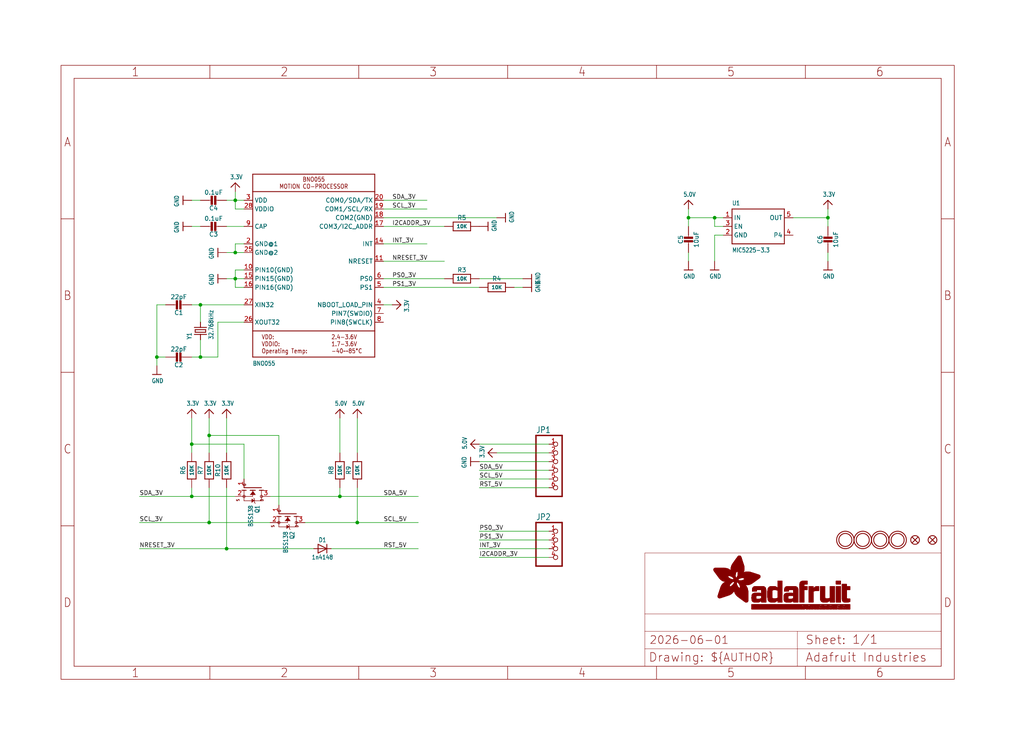
<source format=kicad_sch>
(kicad_sch (version 20231120) (generator "eeschema") (generator_version "8.0")
  (paper "User" 298.45 217.322)
  (lib_symbols
    (symbol "Adafruit BNO055-eagle-import:3.3V" (power)
      (symbol "3.3V_1_0"
        (pin power_in line (at 0 -2.54 90) (length 2.54) (name "3.3V") (number "1"))
      )
    )
    (symbol "Adafruit BNO055-eagle-import:5.0V" (power)
      (symbol "5.0V_1_0"
        (pin power_in line (at 0 -2.54 90) (length 2.54) (name "5.0V") (number "1"))
      )
    )
    (symbol "Adafruit BNO055-eagle-import:BNO055"
      (symbol "BNO055_1_0"
        (text "2.4-3.6V\n1.7-3.6V\n-40~~85°C" (at 5.08 -24.13 0) (effects (font (size 1.27 1.0795)) (justify left)))
        (text "BNO055\nMOTION CO-PROCESSOR" (at 0 22.86 0) (effects (font (size 1.27 1.0795))))
        (text "VDD:\nVDDIO:\nOperating Temp:" (at -15.24 -24.13 0) (effects (font (size 1.27 1.0795)) (justify left)))
        (pin bidirectional line (at -20.32 -2.54 0) (length 2.54) (name "PIN10(GND)") (number "10"))
        (pin bidirectional line (at 20.32 0 180) (length 2.54) (name "NRESET") (number "11"))
        (pin output line (at 20.32 5.08 180) (length 2.54) (name "INT") (number "14"))
        (pin bidirectional line (at -20.32 -5.08 0) (length 2.54) (name "PIN15(GND)") (number "15"))
        (pin bidirectional line (at -20.32 -7.62 0) (length 2.54) (name "PIN16(GND)") (number "16"))
        (pin bidirectional line (at 20.32 10.16 180) (length 2.54) (name "COM3/I2C_ADDR") (number "17"))
        (pin bidirectional line (at 20.32 12.7 180) (length 2.54) (name "COM2(GND)") (number "18"))
        (pin bidirectional line (at 20.32 15.24 180) (length 2.54) (name "COM1/SCL/RX") (number "19"))
        (pin power_in line (at -20.32 5.08 0) (length 2.54) (name "GND@1") (number "2"))
        (pin bidirectional line (at 20.32 17.78 180) (length 2.54) (name "COM0/SDA/TX") (number "20"))
        (pin power_in line (at -20.32 2.54 0) (length 2.54) (name "GND@2") (number "25"))
        (pin output line (at -20.32 -17.78 0) (length 2.54) (name "XOUT32") (number "26"))
        (pin input line (at -20.32 -12.7 0) (length 2.54) (name "XIN32") (number "27"))
        (pin power_in line (at -20.32 15.24 0) (length 2.54) (name "VDDIO") (number "28"))
        (pin power_in line (at -20.32 17.78 0) (length 2.54) (name "VDD") (number "3"))
        (pin bidirectional line (at 20.32 -12.7 180) (length 2.54) (name "NBOOT_LOAD_PIN") (number "4"))
        (pin input line (at 20.32 -7.62 180) (length 2.54) (name "PS1") (number "5"))
        (pin input line (at 20.32 -5.08 180) (length 2.54) (name "PS0") (number "6"))
        (pin bidirectional line (at 20.32 -15.24 180) (length 2.54) (name "PIN7(SWDIO)") (number "7"))
        (pin bidirectional line (at 20.32 -17.78 180) (length 2.54) (name "PIN8(SWCLK)") (number "8"))
        (pin passive line (at -20.32 10.16 0) (length 2.54) (name "CAP") (number "9"))
      )
    )
    (symbol "Adafruit BNO055-eagle-import:CAP_CERAMIC0805-NOOUTLINE"
      (property "Reference" "C" (at -2.29 1.25 90))
      (symbol "CAP_CERAMIC0805-NOOUTLINE_1_0"
        (pin passive line (at 0 5.08 270) (length 2.54) (name "1") (number "1"))
        (pin passive line (at 0 -2.54 90) (length 2.54) (name "2") (number "2"))
      )
    )
    (symbol "Adafruit BNO055-eagle-import:CAP_CERAMIC0805_10MGAP"
      (property "Reference" "C" (at -2.29 1.25 90))
      (symbol "CAP_CERAMIC0805_10MGAP_1_0"
        (pin passive line (at 0 5.08 270) (length 2.54) (name "1") (number "1"))
        (pin passive line (at 0 -2.54 90) (length 2.54) (name "2") (number "2"))
      )
    )
    (symbol "Adafruit BNO055-eagle-import:CRYSTAL8.0X3.8"
      (property "Reference" "Y" (at -2.54 2.54 0))
      (symbol "CRYSTAL8.0X3.8_1_0"
        (pin passive line (at -2.54 0 0) (length 0) (name "1") (number "P$1"))
        (pin passive line (at 2.54 0 180) (length 0) (name "2") (number "P$4"))
      )
    )
    (symbol "Adafruit BNO055-eagle-import:DIODESOD-323"
      (property "Reference" "D" (at 0 2.54 0))
      (symbol "DIODESOD-323_1_0"
        (pin passive line (at -2.54 0 0) (length 2.54) (name "A") (number "A"))
        (pin passive line (at 2.54 0 180) (length 2.54) (name "C") (number "C"))
      )
    )
    (symbol "Adafruit BNO055-eagle-import:FIDUCIAL{dblquote}{dblquote}")
    (symbol "Adafruit BNO055-eagle-import:FRAME_A4_ADAFRUIT"
      (symbol "FRAME_A4_ADAFRUIT_1_0"
        (text "${#}/${##}" (at 230.505 10.16 0) (effects (font (size 2.54 2.54)) (justify left bottom)))
        (text "${AUTHOR}" (at 189.23 5.08 0) (effects (font (size 2.286 2.286)) (justify left bottom)))
        (text "${CURRENT_DATE}" (at 171.45 10.16 0) (effects (font (size 2.286 2.286)) (justify left bottom)))
        (text "${PROJECTNAME}" (at 171.45 15.24 0) (effects (font (size 2.54 2.54)) (justify left bottom)))
        (text "1" (at 21.6958 1.905 0) (effects (font (size 2.54 2.286))))
        (text "1" (at 21.6958 177.165 0) (effects (font (size 2.54 2.286))))
        (text "2" (at 65.0875 1.905 0) (effects (font (size 2.54 2.286))))
        (text "2" (at 65.0875 177.165 0) (effects (font (size 2.54 2.286))))
        (text "3" (at 108.4792 1.905 0) (effects (font (size 2.54 2.286))))
        (text "3" (at 108.4792 177.165 0) (effects (font (size 2.54 2.286))))
        (text "4" (at 151.8708 1.905 0) (effects (font (size 2.54 2.286))))
        (text "4" (at 151.8708 177.165 0) (effects (font (size 2.54 2.286))))
        (text "5" (at 195.2625 1.905 0) (effects (font (size 2.54 2.286))))
        (text "5" (at 195.2625 177.165 0) (effects (font (size 2.54 2.286))))
        (text "6" (at 238.6542 1.905 0) (effects (font (size 2.54 2.286))))
        (text "6" (at 238.6542 177.165 0) (effects (font (size 2.54 2.286))))
        (text "A" (at 1.905 156.6863 0) (effects (font (size 2.54 2.286))))
        (text "A" (at 258.445 156.6863 0) (effects (font (size 2.54 2.286))))
        (text "Adafruit Industries" (at 216.916 4.953 0) (effects (font (size 2.54 2.54)) (justify left bottom)))
        (text "B" (at 1.905 111.9188 0) (effects (font (size 2.54 2.286))))
        (text "B" (at 258.445 111.9188 0) (effects (font (size 2.54 2.286))))
        (text "C" (at 1.905 67.1513 0) (effects (font (size 2.54 2.286))))
        (text "C" (at 258.445 67.1513 0) (effects (font (size 2.54 2.286))))
        (text "D" (at 1.905 22.3838 0) (effects (font (size 2.54 2.286))))
        (text "D" (at 258.445 22.3838 0) (effects (font (size 2.54 2.286))))
        (text "Drawing:" (at 171.196 4.953 0) (effects (font (size 2.54 2.54)) (justify left bottom)))
        (text "Sheet:" (at 216.916 10.033 0) (effects (font (size 2.54 2.54)) (justify left bottom)))
      )
    )
    (symbol "Adafruit BNO055-eagle-import:GND" (power)
      (symbol "GND_1_0"
        (pin power_in line (at 0 2.54 270) (length 2.54) (name "GND") (number "1"))
      )
    )
    (symbol "Adafruit BNO055-eagle-import:HEADER-1X476MIL"
      (property "Reference" "JP" (at -6.35 8.255 0))
      (symbol "HEADER-1X476MIL_1_0"
        (pin passive inverted (at -2.54 5.08 0) (length 2.54) (name "1") (number "1"))
        (pin passive inverted (at -2.54 2.54 0) (length 2.54) (name "2") (number "2"))
        (pin passive inverted (at -2.54 0 0) (length 2.54) (name "3") (number "3"))
        (pin passive inverted (at -2.54 -2.54 0) (length 2.54) (name "4") (number "4"))
      )
    )
    (symbol "Adafruit BNO055-eagle-import:HEADER-1X676MIL"
      (property "Reference" "JP" (at -6.35 10.795 0))
      (symbol "HEADER-1X676MIL_1_0"
        (pin passive inverted (at -2.54 7.62 0) (length 2.54) (name "1") (number "1"))
        (pin passive inverted (at -2.54 5.08 0) (length 2.54) (name "2") (number "2"))
        (pin passive inverted (at -2.54 2.54 0) (length 2.54) (name "3") (number "3"))
        (pin passive inverted (at -2.54 0 0) (length 2.54) (name "4") (number "4"))
        (pin passive inverted (at -2.54 -2.54 0) (length 2.54) (name "5") (number "5"))
        (pin passive inverted (at -2.54 -5.08 0) (length 2.54) (name "6") (number "6"))
      )
    )
    (symbol "Adafruit BNO055-eagle-import:MOSFET-NWIDE"
      (property "Reference" "Q" (at 5.08 0.635 0))
      (symbol "MOSFET-NWIDE_1_0"
        (text "D" (at 3.175 3.175 0) (effects (font (size 0.8128 0.6908)) (justify left bottom)))
        (text "G" (at -1.27 -1.905 0) (effects (font (size 0.8128 0.6908)) (justify left bottom)))
        (text "S" (at 3.175 -3.81 0) (effects (font (size 0.8128 0.6908)) (justify left bottom)))
        (pin bidirectional line (at -2.54 -2.54 0) (length 2.54) (name "G") (number "1"))
        (pin bidirectional line (at 2.54 -5.08 90) (length 2.54) (name "S") (number "2"))
        (pin bidirectional line (at 2.54 5.08 270) (length 2.54) (name "D") (number "3"))
      )
    )
    (symbol "Adafruit BNO055-eagle-import:MOUNTINGHOLE2.5_THICK")
    (symbol "Adafruit BNO055-eagle-import:RESISTOR0805_NOOUTLINE"
      (property "Reference" "R" (at 0 2.54 0))
      (symbol "RESISTOR0805_NOOUTLINE_1_0"
        (pin passive line (at -5.08 0 0) (length 2.54) (name "1") (number "1"))
        (pin passive line (at 5.08 0 180) (length 2.54) (name "2") (number "2"))
      )
    )
    (symbol "Adafruit BNO055-eagle-import:RESISTOR_0805MP"
      (property "Reference" "R" (at 0 2.54 0))
      (symbol "RESISTOR_0805MP_1_0"
        (pin passive line (at -5.08 0 0) (length 2.54) (name "1") (number "1"))
        (pin passive line (at 5.08 0 180) (length 2.54) (name "2") (number "2"))
      )
    )
    (symbol "Adafruit BNO055-eagle-import:VREG_SOT23-5"
      (property "Reference" "U" (at -7.62 6.096 0))
      (symbol "VREG_SOT23-5_1_0"
        (pin power_in line (at -10.16 2.54 0) (length 2.54) (name "IN") (number "1"))
        (pin power_in line (at -10.16 -2.54 0) (length 2.54) (name "GND") (number "2"))
        (pin input line (at -10.16 0 0) (length 2.54) (name "EN") (number "3"))
        (pin bidirectional line (at 10.16 -2.54 180) (length 2.54) (name "P4") (number "4"))
        (pin power_in line (at 10.16 2.54 180) (length 2.54) (name "OUT") (number "5"))
      )
    )
  )
  (junction (at 241.3 63.5))
  (junction (at 60.96 127))
  (junction (at 68.58 73.66))
  (junction (at 99.06 144.78))
  (junction (at 55.88 144.78))
  (junction (at 58.42 88.9))
  (junction (at 68.58 58.42))
  (junction (at 66.04 160.02))
  (junction (at 45.72 104.14))
  (junction (at 200.66 63.5))
  (junction (at 55.88 129.54))
  (junction (at 68.58 81.28))
  (junction (at 58.42 104.14))
  (junction (at 104.14 152.4))
  (junction (at 60.96 152.4))
  (junction (at 208.28 63.5))
  (wire (pts (xy 48.26 104.14) (xy 45.72 104.14)) (stroke (width 0.1524)))
  (wire (pts (xy 210.82 66.04) (xy 208.28 66.04)) (stroke (width 0.1524)))
  (wire (pts (xy 48.26 88.9) (xy 45.72 88.9)) (stroke (width 0.1524)))
  (wire (pts (xy 104.14 152.4) (xy 121.92 152.4)) (stroke (width 0.1524)))
  (wire (pts (xy 71.12 81.28) (xy 68.58 81.28)) (stroke (width 0.1524)))
  (wire (pts (xy 149.86 83.82) (xy 152.4 83.82)) (stroke (width 0.1524)))
  (wire (pts (xy 111.76 81.28) (xy 129.54 81.28)) (stroke (width 0.1524)))
  (wire (pts (xy 60.96 142.24) (xy 60.96 152.4)) (stroke (width 0.1524)))
  (wire (pts (xy 71.12 58.42) (xy 68.58 58.42)) (stroke (width 0.1524)))
  (wire (pts (xy 68.58 78.74) (xy 68.58 81.28)) (stroke (width 0.1524)))
  (wire (pts (xy 55.88 129.54) (xy 55.88 121.92)) (stroke (width 0.1524)))
  (wire (pts (xy 139.7 154.94) (xy 160.02 154.94)) (stroke (width 0.1524)))
  (wire (pts (xy 68.58 81.28) (xy 66.04 81.28)) (stroke (width 0.1524)))
  (wire (pts (xy 63.5 104.14) (xy 58.42 104.14)) (stroke (width 0.1524)))
  (wire (pts (xy 139.7 157.48) (xy 160.02 157.48)) (stroke (width 0.1524)))
  (wire (pts (xy 58.42 93.98) (xy 58.42 88.9)) (stroke (width 0.1524)))
  (wire (pts (xy 58.42 99.06) (xy 58.42 104.14)) (stroke (width 0.1524)))
  (wire (pts (xy 68.58 83.82) (xy 68.58 81.28)) (stroke (width 0.1524)))
  (wire (pts (xy 71.12 139.7) (xy 71.12 129.54)) (stroke (width 0.1524)))
  (wire (pts (xy 58.42 58.42) (xy 55.88 58.42)) (stroke (width 0.1524)))
  (wire (pts (xy 68.58 144.78) (xy 55.88 144.78)) (stroke (width 0.1524)))
  (wire (pts (xy 71.12 93.98) (xy 63.5 93.98)) (stroke (width 0.1524)))
  (wire (pts (xy 45.72 88.9) (xy 45.72 104.14)) (stroke (width 0.1524)))
  (wire (pts (xy 71.12 71.12) (xy 68.58 71.12)) (stroke (width 0.1524)))
  (wire (pts (xy 139.7 137.16) (xy 160.02 137.16)) (stroke (width 0.1524)))
  (wire (pts (xy 71.12 129.54) (xy 55.88 129.54)) (stroke (width 0.1524)))
  (wire (pts (xy 200.66 63.5) (xy 200.66 60.96)) (stroke (width 0.1524)))
  (wire (pts (xy 71.12 88.9) (xy 58.42 88.9)) (stroke (width 0.1524)))
  (wire (pts (xy 66.04 132.08) (xy 66.04 121.92)) (stroke (width 0.1524)))
  (wire (pts (xy 66.04 160.02) (xy 91.44 160.02)) (stroke (width 0.1524)))
  (wire (pts (xy 104.14 152.4) (xy 104.14 142.24)) (stroke (width 0.1524)))
  (wire (pts (xy 210.82 63.5) (xy 208.28 63.5)) (stroke (width 0.1524)))
  (wire (pts (xy 96.52 160.02) (xy 121.92 160.02)) (stroke (width 0.1524)))
  (wire (pts (xy 78.74 144.78) (xy 99.06 144.78)) (stroke (width 0.1524)))
  (wire (pts (xy 68.58 73.66) (xy 66.04 73.66)) (stroke (width 0.1524)))
  (wire (pts (xy 58.42 88.9) (xy 55.88 88.9)) (stroke (width 0.1524)))
  (wire (pts (xy 241.3 66.04) (xy 241.3 63.5)) (stroke (width 0.1524)))
  (wire (pts (xy 210.82 68.58) (xy 208.28 68.58)) (stroke (width 0.1524)))
  (wire (pts (xy 58.42 104.14) (xy 55.88 104.14)) (stroke (width 0.1524)))
  (wire (pts (xy 71.12 83.82) (xy 68.58 83.82)) (stroke (width 0.1524)))
  (wire (pts (xy 241.3 73.66) (xy 241.3 76.2)) (stroke (width 0.1524)))
  (wire (pts (xy 60.96 127) (xy 60.96 121.92)) (stroke (width 0.1524)))
  (wire (pts (xy 111.76 83.82) (xy 139.7 83.82)) (stroke (width 0.1524)))
  (wire (pts (xy 111.76 58.42) (xy 124.46 58.42)) (stroke (width 0.1524)))
  (wire (pts (xy 40.64 160.02) (xy 66.04 160.02)) (stroke (width 0.1524)))
  (wire (pts (xy 60.96 132.08) (xy 60.96 127)) (stroke (width 0.1524)))
  (wire (pts (xy 66.04 58.42) (xy 68.58 58.42)) (stroke (width 0.1524)))
  (wire (pts (xy 66.04 142.24) (xy 66.04 160.02)) (stroke (width 0.1524)))
  (wire (pts (xy 208.28 63.5) (xy 200.66 63.5)) (stroke (width 0.1524)))
  (wire (pts (xy 208.28 68.58) (xy 208.28 76.2)) (stroke (width 0.1524)))
  (wire (pts (xy 139.7 142.24) (xy 160.02 142.24)) (stroke (width 0.1524)))
  (wire (pts (xy 45.72 104.14) (xy 45.72 106.68)) (stroke (width 0.1524)))
  (wire (pts (xy 111.76 76.2) (xy 129.54 76.2)) (stroke (width 0.1524)))
  (wire (pts (xy 111.76 88.9) (xy 114.3 88.9)) (stroke (width 0.1524)))
  (wire (pts (xy 139.7 160.02) (xy 160.02 160.02)) (stroke (width 0.1524)))
  (wire (pts (xy 111.76 66.04) (xy 129.54 66.04)) (stroke (width 0.1524)))
  (wire (pts (xy 99.06 144.78) (xy 121.92 144.78)) (stroke (width 0.1524)))
  (wire (pts (xy 160.02 134.62) (xy 139.7 134.62)) (stroke (width 0.1524)))
  (wire (pts (xy 111.76 60.96) (xy 124.46 60.96)) (stroke (width 0.1524)))
  (wire (pts (xy 71.12 66.04) (xy 66.04 66.04)) (stroke (width 0.1524)))
  (wire (pts (xy 58.42 66.04) (xy 55.88 66.04)) (stroke (width 0.1524)))
  (wire (pts (xy 71.12 60.96) (xy 68.58 60.96)) (stroke (width 0.1524)))
  (wire (pts (xy 241.3 63.5) (xy 241.3 60.96)) (stroke (width 0.1524)))
  (wire (pts (xy 60.96 152.4) (xy 40.64 152.4)) (stroke (width 0.1524)))
  (wire (pts (xy 55.88 142.24) (xy 55.88 144.78)) (stroke (width 0.1524)))
  (wire (pts (xy 231.14 63.5) (xy 241.3 63.5)) (stroke (width 0.1524)))
  (wire (pts (xy 200.66 73.66) (xy 200.66 76.2)) (stroke (width 0.1524)))
  (wire (pts (xy 139.7 129.54) (xy 160.02 129.54)) (stroke (width 0.1524)))
  (wire (pts (xy 55.88 144.78) (xy 40.64 144.78)) (stroke (width 0.1524)))
  (wire (pts (xy 68.58 71.12) (xy 68.58 73.66)) (stroke (width 0.1524)))
  (wire (pts (xy 139.7 81.28) (xy 152.4 81.28)) (stroke (width 0.1524)))
  (wire (pts (xy 81.28 127) (xy 60.96 127)) (stroke (width 0.1524)))
  (wire (pts (xy 99.06 144.78) (xy 99.06 142.24)) (stroke (width 0.1524)))
  (wire (pts (xy 104.14 132.08) (xy 104.14 121.92)) (stroke (width 0.1524)))
  (wire (pts (xy 139.7 162.56) (xy 160.02 162.56)) (stroke (width 0.1524)))
  (wire (pts (xy 139.7 139.7) (xy 160.02 139.7)) (stroke (width 0.1524)))
  (wire (pts (xy 71.12 78.74) (xy 68.58 78.74)) (stroke (width 0.1524)))
  (wire (pts (xy 63.5 93.98) (xy 63.5 104.14)) (stroke (width 0.1524)))
  (wire (pts (xy 200.66 66.04) (xy 200.66 63.5)) (stroke (width 0.1524)))
  (wire (pts (xy 68.58 58.42) (xy 68.58 55.88)) (stroke (width 0.1524)))
  (wire (pts (xy 208.28 66.04) (xy 208.28 63.5)) (stroke (width 0.1524)))
  (wire (pts (xy 160.02 132.08) (xy 144.78 132.08)) (stroke (width 0.1524)))
  (wire (pts (xy 88.9 152.4) (xy 104.14 152.4)) (stroke (width 0.1524)))
  (wire (pts (xy 81.28 147.32) (xy 81.28 127)) (stroke (width 0.1524)))
  (wire (pts (xy 78.74 152.4) (xy 60.96 152.4)) (stroke (width 0.1524)))
  (wire (pts (xy 71.12 73.66) (xy 68.58 73.66)) (stroke (width 0.1524)))
  (wire (pts (xy 68.58 60.96) (xy 68.58 58.42)) (stroke (width 0.1524)))
  (wire (pts (xy 111.76 71.12) (xy 124.46 71.12)) (stroke (width 0.1524)))
  (wire (pts (xy 55.88 132.08) (xy 55.88 129.54)) (stroke (width 0.1524)))
  (wire (pts (xy 144.78 63.5) (xy 111.76 63.5)) (stroke (width 0.1524)))
  (wire (pts (xy 99.06 132.08) (xy 99.06 121.92)) (stroke (width 0.1524)))
  (label "NRESET_3V" (at 114.3 76.2 0) (effects (font (size 1.2446 1.2446))))
  (label "RST_5V" (at 139.7 142.24 0) (effects (font (size 1.2446 1.2446))))
  (label "SCL_3V" (at 40.64 152.4 0) (effects (font (size 1.2446 1.2446))))
  (label "INT_3V" (at 139.7 160.02 0) (effects (font (size 1.2446 1.2446))))
  (label "PS0_3V" (at 139.7 154.94 0) (effects (font (size 1.2446 1.2446))))
  (label "I2CADDR_3V" (at 114.3 66.04 0) (effects (font (size 1.2446 1.2446))))
  (label "PS1_3V" (at 139.7 157.48 0) (effects (font (size 1.2446 1.2446))))
  (label "SCL_3V" (at 114.3 60.96 0) (effects (font (size 1.2446 1.2446))))
  (label "RST_5V" (at 111.76 160.02 0) (effects (font (size 1.2446 1.2446))))
  (label "SDA_3V" (at 40.64 144.78 0) (effects (font (size 1.2446 1.2446))))
  (label "PS0_3V" (at 114.3 81.28 0) (effects (font (size 1.2446 1.2446))))
  (label "SDA_5V" (at 111.76 144.78 0) (effects (font (size 1.2446 1.2446))))
  (label "I2CADDR_3V" (at 139.7 162.56 0) (effects (font (size 1.2446 1.2446))))
  (label "INT_3V" (at 114.3 71.12 0) (effects (font (size 1.2446 1.2446))))
  (label "SCL_5V" (at 111.76 152.4 0) (effects (font (size 1.2446 1.2446))))
  (label "SDA_5V" (at 139.7 137.16 0) (effects (font (size 1.2446 1.2446))))
  (label "SDA_3V" (at 114.3 58.42 0) (effects (font (size 1.2446 1.2446))))
  (label "NRESET_3V" (at 40.64 160.02 0) (effects (font (size 1.2446 1.2446))))
  (label "PS1_3V" (at 114.3 83.82 0) (effects (font (size 1.2446 1.2446))))
  (label "SCL_5V" (at 139.7 139.7 0) (effects (font (size 1.2446 1.2446))))
  (symbol (lib_id "Adafruit BNO055-eagle-import:GND") (at 45.72 109.22 0) (unit 1)
    (property "Reference" "#U$11" (effects (hide yes)))
    (property "Value" "GND" (at 44.196 111.76 0) (effects (font (size 1.27 1.0795)) (justify left bottom)))
  )
  (symbol (lib_id "Adafruit BNO055-eagle-import:HEADER-1X676MIL") (at 162.56 137.16 0) (unit 1)
    (property "Reference" "JP1" (at 156.21 126.365 0) (effects (font (size 1.778 1.5113)) (justify left bottom)))
    (property "Value" "HEADER-1X676MIL" (effects (hide yes)))
    (property "Footprint" "Adafruit BNO055:1X06_ROUND_76" (effects (hide yes)))
  )
  (symbol (lib_id "Adafruit BNO055-eagle-import:MOUNTINGHOLE2.5_THICK") (at 256.54 157.48 0) (unit 1)
    (property "Reference" "U$30" (effects (hide yes)))
    (property "Value" "MOUNTINGHOLE2.5_THICK" (effects (hide yes)))
    (property "Footprint" "Adafruit BNO055:MOUNTINGHOLE_2.5_PLATED_THICK" (effects (hide yes)))
  )
  (symbol (lib_id "Adafruit BNO055-eagle-import:3.3V") (at 66.04 119.38 0) (unit 1)
    (property "Reference" "#U$27" (effects (hide yes)))
    (property "Value" "3.3V" (at 64.516 118.364 0) (effects (font (size 1.27 1.0795)) (justify left bottom)))
  )
  (symbol (lib_id "Adafruit BNO055-eagle-import:FIDUCIAL{dblquote}{dblquote}") (at 271.78 157.48 0) (unit 1)
    (property "Reference" "FID1" (effects (hide yes)))
    (property "Value" "FIDUCIAL{dblquote}{dblquote}" (effects (hide yes)))
    (property "Footprint" "Adafruit BNO055:FIDUCIAL_1MM" (effects (hide yes)))
  )
  (symbol (lib_id "Adafruit BNO055-eagle-import:3.3V") (at 116.84 88.9 270) (unit 1)
    (property "Reference" "#U$15" (effects (hide yes)))
    (property "Value" "3.3V" (at 117.856 87.376 0) (effects (font (size 1.27 1.0795)) (justify left bottom)))
  )
  (symbol (lib_id "Adafruit BNO055-eagle-import:3.3V") (at 68.58 53.34 0) (unit 1)
    (property "Reference" "#U$21" (effects (hide yes)))
    (property "Value" "3.3V" (at 67.056 52.324 0) (effects (font (size 1.27 1.0795)) (justify left bottom)))
  )
  (symbol (lib_id "Adafruit BNO055-eagle-import:RESISTOR0805_NOOUTLINE") (at 144.78 83.82 0) (unit 1)
    (property "Reference" "R4" (at 144.78 81.28 0))
    (property "Value" "10K" (at 144.78 83.82 0) (effects (font (size 1.016 1.016) (thickness 0.2032) (bold yes))))
    (property "Footprint" "Adafruit BNO055:0805-NO" (effects (hide yes)))
  )
  (symbol (lib_id "Adafruit BNO055-eagle-import:GND") (at 137.16 134.62 270) (unit 1)
    (property "Reference" "#U$18" (effects (hide yes)))
    (property "Value" "GND" (at 134.62 133.096 0) (effects (font (size 1.27 1.0795)) (justify left bottom)))
  )
  (symbol (lib_id "Adafruit BNO055-eagle-import:DIODESOD-323") (at 93.98 160.02 0) (unit 1)
    (property "Reference" "D1" (at 93.98 157.48 0) (effects (font (size 1.27 1.0795))))
    (property "Value" "1n4148" (at 93.98 162.52 0) (effects (font (size 1.27 1.0795))))
    (property "Footprint" "Adafruit BNO055:SOD-323" (effects (hide yes)))
  )
  (symbol (lib_id "Adafruit BNO055-eagle-import:GND") (at 154.94 81.28 90) (unit 1)
    (property "Reference" "#U$5" (effects (hide yes)))
    (property "Value" "GND" (at 157.48 82.804 0) (effects (font (size 1.27 1.0795)) (justify left bottom)))
  )
  (symbol (lib_id "Adafruit BNO055-eagle-import:RESISTOR0805_NOOUTLINE") (at 134.62 66.04 0) (unit 1)
    (property "Reference" "R5" (at 134.62 63.5 0))
    (property "Value" "10K" (at 134.62 66.04 0) (effects (font (size 1.016 1.016) (thickness 0.2032) (bold yes))))
    (property "Footprint" "Adafruit BNO055:0805-NO" (effects (hide yes)))
  )
  (symbol (lib_id "Adafruit BNO055-eagle-import:GND") (at 53.34 66.04 270) (unit 1)
    (property "Reference" "#U$14" (effects (hide yes)))
    (property "Value" "GND" (at 50.8 64.516 0) (effects (font (size 1.27 1.0795)) (justify left bottom)))
  )
  (symbol (lib_id "Adafruit BNO055-eagle-import:MOSFET-NWIDE") (at 83.82 149.86 270) (unit 1)
    (property "Reference" "Q2" (at 84.455 154.94 0) (effects (font (size 1.27 1.0795)) (justify left bottom)))
    (property "Value" "BSS138" (at 82.55 154.94 0) (effects (font (size 1.27 1.0795)) (justify left bottom)))
    (property "Footprint" "Adafruit BNO055:SOT23-WIDE" (effects (hide yes)))
  )
  (symbol (lib_id "Adafruit BNO055-eagle-import:5.0V") (at 99.06 119.38 0) (unit 1)
    (property "Reference" "#U$19" (effects (hide yes)))
    (property "Value" "5.0V" (at 97.536 118.364 0) (effects (font (size 1.27 1.0795)) (justify left bottom)))
  )
  (symbol (lib_id "Adafruit BNO055-eagle-import:3.3V") (at 60.96 119.38 0) (unit 1)
    (property "Reference" "#U$9" (effects (hide yes)))
    (property "Value" "3.3V" (at 59.436 118.364 0) (effects (font (size 1.27 1.0795)) (justify left bottom)))
  )
  (symbol (lib_id "Adafruit BNO055-eagle-import:RESISTOR_0805MP") (at 99.06 137.16 90) (unit 1)
    (property "Reference" "R8" (at 96.52 137.16 0))
    (property "Value" "10K" (at 99.06 137.16 0) (effects (font (size 1.016 1.016) (thickness 0.2032) (bold yes))))
    (property "Footprint" "Adafruit BNO055:_0805MP" (effects (hide yes)))
  )
  (symbol (lib_id "Adafruit BNO055-eagle-import:CAP_CERAMIC0805_10MGAP") (at 241.3 71.12 0) (unit 1)
    (property "Reference" "C6" (at 239.01 69.87 90))
    (property "Value" "10uF" (at 243.6 69.87 90))
    (property "Footprint" "Adafruit BNO055:0805_10MGAP" (effects (hide yes)))
  )
  (symbol (lib_id "Adafruit BNO055-eagle-import:CAP_CERAMIC0805-NOOUTLINE") (at 53.34 104.14 90) (unit 1)
    (property "Reference" "C2" (at 52.09 106.43 90))
    (property "Value" "22pF" (at 52.09 101.84 90))
    (property "Footprint" "Adafruit BNO055:0805-NO" (effects (hide yes)))
  )
  (symbol (lib_id "Adafruit BNO055-eagle-import:RESISTOR0805_NOOUTLINE") (at 55.88 137.16 90) (unit 1)
    (property "Reference" "R6" (at 53.34 137.16 0))
    (property "Value" "10K" (at 55.88 137.16 0) (effects (font (size 1.016 1.016) (thickness 0.2032) (bold yes))))
    (property "Footprint" "Adafruit BNO055:0805-NO" (effects (hide yes)))
  )
  (symbol (lib_id "Adafruit BNO055-eagle-import:BNO055") (at 91.44 76.2 0) (unit 1)
    (property "Reference" "U$2" (effects (hide yes)))
    (property "Value" "BNO055" (at 73.66 106.68 0) (effects (font (size 1.27 1.0795)) (justify left bottom)))
    (property "Footprint" "Adafruit BNO055:BNO055" (effects (hide yes)))
  )
  (symbol (lib_id "Adafruit BNO055-eagle-import:RESISTOR0805_NOOUTLINE") (at 66.04 137.16 90) (unit 1)
    (property "Reference" "R10" (at 63.5 137.16 0))
    (property "Value" "10K" (at 66.04 137.16 0) (effects (font (size 1.016 1.016) (thickness 0.2032) (bold yes))))
    (property "Footprint" "Adafruit BNO055:0805-NO" (effects (hide yes)))
  )
  (symbol (lib_id "Adafruit BNO055-eagle-import:CAP_CERAMIC0805_10MGAP") (at 63.5 58.42 90) (unit 1)
    (property "Reference" "C4" (at 62.25 60.71 90))
    (property "Value" "0.1uF" (at 62.25 56.12 90))
    (property "Footprint" "Adafruit BNO055:0805_10MGAP" (effects (hide yes)))
  )
  (symbol (lib_id "Adafruit BNO055-eagle-import:GND") (at 241.3 78.74 0) (unit 1)
    (property "Reference" "#U$23" (effects (hide yes)))
    (property "Value" "GND" (at 239.776 81.28 0) (effects (font (size 1.27 1.0795)) (justify left bottom)))
  )
  (symbol (lib_id "Adafruit BNO055-eagle-import:CAP_CERAMIC0805-NOOUTLINE") (at 63.5 66.04 90) (unit 1)
    (property "Reference" "C3" (at 62.25 68.33 90))
    (property "Value" "0.1uF" (at 62.25 63.74 90))
    (property "Footprint" "Adafruit BNO055:0805-NO" (effects (hide yes)))
  )
  (symbol (lib_id "Adafruit BNO055-eagle-import:GND") (at 147.32 63.5 90) (unit 1)
    (property "Reference" "#U$8" (effects (hide yes)))
    (property "Value" "GND" (at 149.86 65.024 0) (effects (font (size 1.27 1.0795)) (justify left bottom)))
  )
  (symbol (lib_id "Adafruit BNO055-eagle-import:MOUNTINGHOLE2.5_THICK") (at 251.46 157.48 0) (unit 1)
    (property "Reference" "U$31" (effects (hide yes)))
    (property "Value" "MOUNTINGHOLE2.5_THICK" (effects (hide yes)))
    (property "Footprint" "Adafruit BNO055:MOUNTINGHOLE_2.5_PLATED_THICK" (effects (hide yes)))
  )
  (symbol (lib_id "Adafruit BNO055-eagle-import:GND") (at 208.28 78.74 0) (unit 1)
    (property "Reference" "#U$26" (effects (hide yes)))
    (property "Value" "GND" (at 206.756 81.28 0) (effects (font (size 1.27 1.0795)) (justify left bottom)))
  )
  (symbol (lib_id "Adafruit BNO055-eagle-import:5.0V") (at 104.14 119.38 0) (unit 1)
    (property "Reference" "#U$20" (effects (hide yes)))
    (property "Value" "5.0V" (at 102.616 118.364 0) (effects (font (size 1.27 1.0795)) (justify left bottom)))
  )
  (symbol (lib_id "Adafruit BNO055-eagle-import:GND") (at 200.66 78.74 0) (unit 1)
    (property "Reference" "#U$22" (effects (hide yes)))
    (property "Value" "GND" (at 199.136 81.28 0) (effects (font (size 1.27 1.0795)) (justify left bottom)))
  )
  (symbol (lib_id "Adafruit BNO055-eagle-import:MOSFET-NWIDE") (at 73.66 142.24 270) (unit 1)
    (property "Reference" "Q1" (at 74.295 147.32 0) (effects (font (size 1.27 1.0795)) (justify left bottom)))
    (property "Value" "BSS138" (at 72.39 147.32 0) (effects (font (size 1.27 1.0795)) (justify left bottom)))
    (property "Footprint" "Adafruit BNO055:SOT23-WIDE" (effects (hide yes)))
  )
  (symbol (lib_id "Adafruit BNO055-eagle-import:FRAME_A4_ADAFRUIT") (at 17.78 198.12 0) (unit 1)
    (property "Reference" "#U$1" (effects (hide yes)))
    (property "Value" "FRAME_A4_ADAFRUIT" (effects (hide yes)))
  )
  (symbol (lib_id "Adafruit BNO055-eagle-import:5.0V") (at 200.66 58.42 0) (unit 1)
    (property "Reference" "#U$25" (effects (hide yes)))
    (property "Value" "5.0V" (at 199.136 57.404 0) (effects (font (size 1.27 1.0795)) (justify left bottom)))
  )
  (symbol (lib_id "Adafruit BNO055-eagle-import:FIDUCIAL{dblquote}{dblquote}") (at 266.7 157.48 0) (unit 1)
    (property "Reference" "FID2" (effects (hide yes)))
    (property "Value" "FIDUCIAL{dblquote}{dblquote}" (effects (hide yes)))
    (property "Footprint" "Adafruit BNO055:FIDUCIAL_1MM" (effects (hide yes)))
  )
  (symbol (lib_id "Adafruit BNO055-eagle-import:MOUNTINGHOLE2.5_THICK") (at 246.38 157.48 0) (unit 1)
    (property "Reference" "U$32" (effects (hide yes)))
    (property "Value" "MOUNTINGHOLE2.5_THICK" (effects (hide yes)))
    (property "Footprint" "Adafruit BNO055:MOUNTINGHOLE_2.5_PLATED_THICK" (effects (hide yes)))
  )
  (symbol (lib_id "Adafruit BNO055-eagle-import:GND") (at 154.94 83.82 90) (unit 1)
    (property "Reference" "#U$6" (effects (hide yes)))
    (property "Value" "GND" (at 157.48 85.344 0) (effects (font (size 1.27 1.0795)) (justify left bottom)))
  )
  (symbol (lib_id "Adafruit BNO055-eagle-import:GND") (at 142.24 66.04 90) (unit 1)
    (property "Reference" "#U$7" (effects (hide yes)))
    (property "Value" "GND" (at 144.78 67.564 0) (effects (font (size 1.27 1.0795)) (justify left bottom)))
  )
  (symbol (lib_id "Adafruit BNO055-eagle-import:CAP_CERAMIC0805-NOOUTLINE") (at 53.34 88.9 90) (unit 1)
    (property "Reference" "C1" (at 52.09 91.19 90))
    (property "Value" "22pF" (at 52.09 86.6 90))
    (property "Footprint" "Adafruit BNO055:0805-NO" (effects (hide yes)))
  )
  (symbol (lib_id "Adafruit BNO055-eagle-import:CAP_CERAMIC0805-NOOUTLINE") (at 200.66 71.12 0) (unit 1)
    (property "Reference" "C5" (at 198.37 69.87 90))
    (property "Value" "10uF" (at 202.96 69.87 90))
    (property "Footprint" "Adafruit BNO055:0805-NO" (effects (hide yes)))
  )
  (symbol (lib_id "Adafruit BNO055-eagle-import:GND") (at 53.34 58.42 270) (unit 1)
    (property "Reference" "#U$16" (effects (hide yes)))
    (property "Value" "GND" (at 50.8 56.896 0) (effects (font (size 1.27 1.0795)) (justify left bottom)))
  )
  (symbol (lib_id "Adafruit BNO055-eagle-import:3.3V") (at 55.88 119.38 0) (unit 1)
    (property "Reference" "#U$4" (effects (hide yes)))
    (property "Value" "3.3V" (at 54.356 118.364 0) (effects (font (size 1.27 1.0795)) (justify left bottom)))
  )
  (symbol (lib_id "Adafruit BNO055-eagle-import:GND") (at 63.5 73.66 270) (unit 1)
    (property "Reference" "#U$13" (effects (hide yes)))
    (property "Value" "GND" (at 60.96 72.136 0) (effects (font (size 1.27 1.0795)) (justify left bottom)))
  )
  (symbol (lib_id "Adafruit BNO055-eagle-import:GND") (at 63.5 81.28 270) (unit 1)
    (property "Reference" "#U$12" (effects (hide yes)))
    (property "Value" "GND" (at 60.96 79.756 0) (effects (font (size 1.27 1.0795)) (justify left bottom)))
  )
  (symbol (lib_id "Adafruit BNO055-eagle-import:5.0V") (at 137.16 129.54 90) (unit 1)
    (property "Reference" "#U$10" (effects (hide yes)))
    (property "Value" "5.0V" (at 136.144 131.064 0) (effects (font (size 1.27 1.0795)) (justify left bottom)))
  )
  (symbol (lib_id "Adafruit BNO055-eagle-import:RESISTOR0805_NOOUTLINE") (at 134.62 81.28 0) (unit 1)
    (property "Reference" "R3" (at 134.62 78.74 0))
    (property "Value" "10K" (at 134.62 81.28 0) (effects (font (size 1.016 1.016) (thickness 0.2032) (bold yes))))
    (property "Footprint" "Adafruit BNO055:0805-NO" (effects (hide yes)))
  )
  (symbol (lib_id "Adafruit BNO055-eagle-import:CRYSTAL8.0X3.8") (at 58.42 96.52 90) (unit 1)
    (property "Reference" "Y1" (at 55.88 99.06 0) (effects (font (size 1.27 1.0795)) (justify left bottom)))
    (property "Value" "32.768kHz" (at 62.23 99.06 0) (effects (font (size 1.27 1.0795)) (justify left bottom)))
    (property "Footprint" "Adafruit BNO055:CRYSTAL_8X3.8" (effects (hide yes)))
  )
  (symbol (lib_id "Adafruit BNO055-eagle-import:VREG_SOT23-5") (at 220.98 66.04 0) (unit 1)
    (property "Reference" "U1" (at 213.36 59.944 0) (effects (font (size 1.27 1.0795)) (justify left bottom)))
    (property "Value" "MIC5225-3.3" (at 213.36 73.66 0) (effects (font (size 1.27 1.0795)) (justify left bottom)))
    (property "Footprint" "Adafruit BNO055:SOT23-5" (effects (hide yes)))
  )
  (symbol (lib_id "Adafruit BNO055-eagle-import:RESISTOR_0805MP") (at 104.14 137.16 90) (unit 1)
    (property "Reference" "R9" (at 101.6 137.16 0))
    (property "Value" "10K" (at 104.14 137.16 0) (effects (font (size 1.016 1.016) (thickness 0.2032) (bold yes))))
    (property "Footprint" "Adafruit BNO055:_0805MP" (effects (hide yes)))
  )
  (symbol (lib_id "Adafruit BNO055-eagle-import:3.3V") (at 241.3 58.42 0) (unit 1)
    (property "Reference" "#U$24" (effects (hide yes)))
    (property "Value" "3.3V" (at 239.776 57.404 0) (effects (font (size 1.27 1.0795)) (justify left bottom)))
  )
  (symbol (lib_id "Adafruit BNO055-eagle-import:HEADER-1X476MIL") (at 162.56 160.02 0) (unit 1)
    (property "Reference" "JP2" (at 156.21 151.765 0) (effects (font (size 1.778 1.5113)) (justify left bottom)))
    (property "Value" "HEADER-1X476MIL" (effects (hide yes)))
    (property "Footprint" "Adafruit BNO055:1X04_ROUND_76" (effects (hide yes)))
  )
  (symbol (lib_id "Adafruit BNO055-eagle-import:RESISTOR0805_NOOUTLINE") (at 60.96 137.16 90) (unit 1)
    (property "Reference" "R7" (at 58.42 137.16 0))
    (property "Value" "10K" (at 60.96 137.16 0) (effects (font (size 1.016 1.016) (thickness 0.2032) (bold yes))))
    (property "Footprint" "Adafruit BNO055:0805-NO" (effects (hide yes)))
  )
  (symbol (lib_id "Adafruit BNO055-eagle-import:3.3V") (at 142.24 132.08 90) (unit 1)
    (property "Reference" "#U$17" (effects (hide yes)))
    (property "Value" "3.3V" (at 141.224 133.604 0) (effects (font (size 1.27 1.0795)) (justify left bottom)))
  )
  (symbol (lib_id "Adafruit BNO055-eagle-import:MOUNTINGHOLE2.5_THICK") (at 261.62 157.48 0) (unit 1)
    (property "Reference" "U$29" (effects (hide yes)))
    (property "Value" "MOUNTINGHOLE2.5_THICK" (effects (hide yes)))
    (property "Footprint" "Adafruit BNO055:MOUNTINGHOLE_2.5_PLATED_THICK" (effects (hide yes)))
  )
)
</source>
